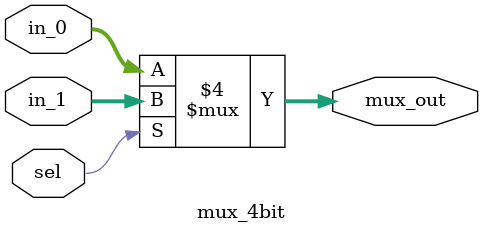
<source format=v>
module  mux(in_0,in_1 ,sel,mux_out);
	input in_0, in_1, sel ;
	output mux_out;
	reg  mux_out;
	always @ (sel or in_0 or in_1)
	begin : MUX
		if (sel == 1'b0) begin
 			mux_out = in_0;
		end else begin
			mux_out = in_1 ;
		end
	end
endmodule //mux

module  mux_4bit(in_0,in_1 ,sel,mux_out);
	input [3:0] in_0, in_1;
	input sel ;
	output [3:0]  mux_out;
	reg [3:0]  mux_out;
	always @ (sel or in_0 or in_1)
	begin : MUX
		if (sel == 1'b0) begin
 			mux_out = in_0;
		end else begin
			mux_out = in_1 ;
		end
	end
endmodule //mux
</source>
